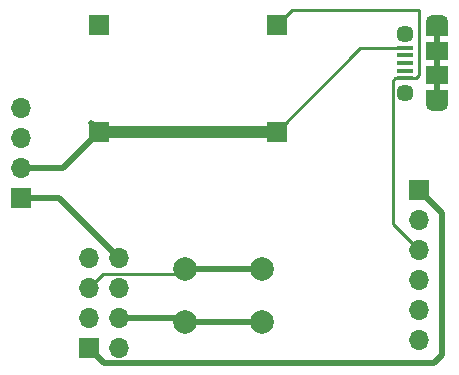
<source format=gbr>
%TF.GenerationSoftware,KiCad,Pcbnew,7.0.9-7.0.9~ubuntu22.04.1*%
%TF.CreationDate,2023-12-22T13:51:18+00:00*%
%TF.ProjectId,wifi_temp_sensor,77696669-5f74-4656-9d70-5f73656e736f,rev?*%
%TF.SameCoordinates,Original*%
%TF.FileFunction,Copper,L1,Top*%
%TF.FilePolarity,Positive*%
%FSLAX46Y46*%
G04 Gerber Fmt 4.6, Leading zero omitted, Abs format (unit mm)*
G04 Created by KiCad (PCBNEW 7.0.9-7.0.9~ubuntu22.04.1) date 2023-12-22 13:51:18*
%MOMM*%
%LPD*%
G01*
G04 APERTURE LIST*
%TA.AperFunction,ComponentPad*%
%ADD10R,1.700000X1.700000*%
%TD*%
%TA.AperFunction,ComponentPad*%
%ADD11O,1.700000X1.700000*%
%TD*%
%TA.AperFunction,ComponentPad*%
%ADD12C,2.000000*%
%TD*%
%TA.AperFunction,SMDPad,CuDef*%
%ADD13R,1.350000X0.400000*%
%TD*%
%TA.AperFunction,SMDPad,CuDef*%
%ADD14R,1.900000X1.500000*%
%TD*%
%TA.AperFunction,SMDPad,CuDef*%
%ADD15R,1.900000X1.200000*%
%TD*%
%TA.AperFunction,ComponentPad*%
%ADD16O,1.900000X1.200000*%
%TD*%
%TA.AperFunction,ComponentPad*%
%ADD17C,1.450000*%
%TD*%
%TA.AperFunction,Conductor*%
%ADD18C,0.500000*%
%TD*%
%TA.AperFunction,Conductor*%
%ADD19C,0.250000*%
%TD*%
%TA.AperFunction,Conductor*%
%ADD20C,1.000000*%
%TD*%
G04 APERTURE END LIST*
D10*
%TO.P,J4,1,Pin_1*%
%TO.N,GND*%
X211455000Y-43180000D03*
D11*
%TO.P,J4,2,Pin_2*%
%TO.N,unconnected-(J4-Pin_2-Pad2)*%
X211455000Y-45720000D03*
%TO.P,J4,3,Pin_3*%
%TO.N,+5V*%
X211455000Y-48260000D03*
%TO.P,J4,4,Pin_4*%
%TO.N,ESP_Rx*%
X211455000Y-50800000D03*
%TO.P,J4,5,Pin_5*%
%TO.N,ESP_Tx*%
X211455000Y-53340000D03*
%TO.P,J4,6,Pin_6*%
%TO.N,unconnected-(J4-Pin_6-Pad6)*%
X211455000Y-55880000D03*
%TD*%
%TO.P,J3,4,Pin_4*%
%TO.N,SDA*%
X177755000Y-36235000D03*
%TO.P,J3,3,Pin_3*%
%TO.N,SCL*%
X177755000Y-38775000D03*
%TO.P,J3,2,Pin_2*%
%TO.N,GND*%
X177755000Y-41315000D03*
D10*
%TO.P,J3,1,Pin_1*%
%TO.N,+3.3V*%
X177755000Y-43855000D03*
%TD*%
D12*
%TO.P,SW1,1*%
%TO.N,SCL*%
X198120000Y-49820000D03*
X191620000Y-49820000D03*
%TO.P,SW1,2*%
%TO.N,+3.3V*%
X198120000Y-54320000D03*
X191620000Y-54320000D03*
%TD*%
D10*
%TO.P,J8,1,Pin_1*%
%TO.N,GND*%
X184390000Y-38210000D03*
%TD*%
%TO.P,J6,1,Pin_1*%
%TO.N,GND*%
X199390000Y-38210000D03*
%TD*%
D11*
%TO.P,J2,8,Pin_8*%
%TO.N,+3.3V*%
X186055000Y-48895000D03*
%TO.P,J2,7,Pin_7*%
%TO.N,ESP_Rx*%
X183515000Y-48895000D03*
%TO.P,J2,6,Pin_6*%
%TO.N,unconnected-(J2-Pin_6-Pad6)*%
X186055000Y-51435000D03*
%TO.P,J2,5,Pin_5*%
%TO.N,SCL*%
X183515000Y-51435000D03*
%TO.P,J2,4,Pin_4*%
%TO.N,+3.3V*%
X186055000Y-53975000D03*
%TO.P,J2,3,Pin_3*%
%TO.N,SDA*%
X183515000Y-53975000D03*
%TO.P,J2,2,Pin_2*%
%TO.N,ESP_Tx*%
X186055000Y-56515000D03*
D10*
%TO.P,J2,1,Pin_1*%
%TO.N,GND*%
X183515000Y-56515000D03*
%TD*%
D13*
%TO.P,J1,1,VBUS*%
%TO.N,+5V*%
X210262500Y-33717500D03*
%TO.P,J1,2,D-*%
%TO.N,unconnected-(J1-D--Pad2)*%
X210262500Y-33067500D03*
%TO.P,J1,3,D+*%
%TO.N,unconnected-(J1-D+-Pad3)*%
X210262500Y-32417500D03*
%TO.P,J1,4,ID*%
%TO.N,unconnected-(J1-ID-Pad4)*%
X210262500Y-31767500D03*
%TO.P,J1,5,GND*%
%TO.N,GND*%
X210262500Y-31117500D03*
D14*
%TO.P,J1,6,Shield*%
%TO.N,unconnected-(J1-Shield-Pad6)*%
X212962500Y-33417500D03*
D15*
X212962500Y-29517500D03*
D16*
X212962500Y-28917500D03*
D17*
X210262500Y-34917500D03*
D16*
X212962500Y-35917500D03*
D15*
X212962500Y-35317500D03*
D17*
X210262500Y-29917500D03*
D14*
X212962500Y-31417500D03*
%TD*%
D10*
%TO.P,5VIN1,1,Pin_1*%
%TO.N,+5V*%
X199390000Y-29210000D03*
%TD*%
%TO.P,3_3VOUT1,1,Pin_1*%
%TO.N,+3.3V*%
X184390000Y-29210000D03*
%TD*%
D18*
%TO.N,unconnected-(J1-Shield-Pad6)*%
X212962500Y-33417500D02*
X212962500Y-35317500D01*
X212962500Y-31417500D02*
X212962500Y-33417500D01*
X212962500Y-29517500D02*
X212962500Y-31417500D01*
%TO.N,SCL*%
X191620000Y-49820000D02*
X198120000Y-49820000D01*
%TO.N,+3.3V*%
X191620000Y-54320000D02*
X198120000Y-54320000D01*
X186055000Y-53975000D02*
X191275000Y-53975000D01*
X191275000Y-53975000D02*
X191620000Y-54320000D01*
D19*
%TO.N,SCL*%
X191620000Y-49820000D02*
X191180000Y-50260000D01*
X191180000Y-50260000D02*
X184690000Y-50260000D01*
X184690000Y-50260000D02*
X183515000Y-51435000D01*
D18*
%TO.N,GND*%
X181325000Y-41275000D02*
X180975000Y-41275000D01*
X184390000Y-38210000D02*
X181325000Y-41275000D01*
X180975000Y-41275000D02*
X180935000Y-41315000D01*
X180935000Y-41315000D02*
X177755000Y-41315000D01*
%TO.N,+3.3V*%
X186055000Y-48895000D02*
X181015000Y-43855000D01*
X181015000Y-43855000D02*
X177755000Y-43855000D01*
%TO.N,GND*%
X213360000Y-45085000D02*
X213360000Y-57150000D01*
X212695000Y-57815000D02*
X184815000Y-57815000D01*
X211455000Y-43180000D02*
X213360000Y-45085000D01*
X213360000Y-57150000D02*
X212695000Y-57815000D01*
X184815000Y-57815000D02*
X183515000Y-56515000D01*
X183645000Y-37465000D02*
X184390000Y-38210000D01*
D20*
X199390000Y-38210000D02*
X184390000Y-38210000D01*
D19*
%TO.N,+5V*%
X211455000Y-48260000D02*
X209212500Y-46017500D01*
X209212500Y-46017500D02*
X209212500Y-33930000D01*
X209425000Y-33717500D02*
X210262500Y-33717500D01*
X209212500Y-33930000D02*
X209425000Y-33717500D01*
%TO.N,GND*%
X184870000Y-38690000D02*
X184390000Y-38210000D01*
X210262500Y-31117500D02*
X206482500Y-31117500D01*
X206482500Y-31117500D02*
X199390000Y-38210000D01*
%TO.N,+5V*%
X200660000Y-27940000D02*
X211455000Y-27940000D01*
X211455000Y-27940000D02*
X211455000Y-33450000D01*
X211455000Y-33450000D02*
X211187500Y-33717500D01*
X199390000Y-29210000D02*
X200660000Y-27940000D01*
X211187500Y-33717500D02*
X210262500Y-33717500D01*
%TD*%
M02*

</source>
